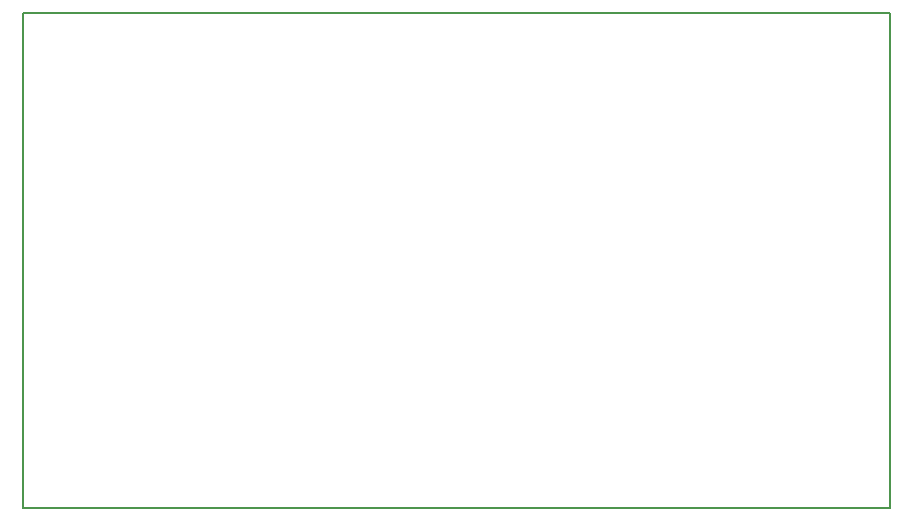
<source format=gm1>
G04 #@! TF.GenerationSoftware,KiCad,Pcbnew,5.0.2-bee76a0~70~ubuntu18.04.1*
G04 #@! TF.CreationDate,2020-04-21T14:12:21+02:00*
G04 #@! TF.ProjectId,FeuMontagne,4665754d-6f6e-4746-9167-6e652e6b6963,rev?*
G04 #@! TF.SameCoordinates,Original*
G04 #@! TF.FileFunction,Profile,NP*
%FSLAX46Y46*%
G04 Gerber Fmt 4.6, Leading zero omitted, Abs format (unit mm)*
G04 Created by KiCad (PCBNEW 5.0.2-bee76a0~70~ubuntu18.04.1) date mar. 21 avril 2020 14:12:21 CEST*
%MOMM*%
%LPD*%
G01*
G04 APERTURE LIST*
%ADD10C,0.150000*%
G04 APERTURE END LIST*
D10*
X169672000Y-73914000D02*
X96266000Y-73914000D01*
X169672000Y-115824000D02*
X169672000Y-73914000D01*
X96266000Y-115824000D02*
X169672000Y-115824000D01*
X96266000Y-73914000D02*
X96266000Y-115824000D01*
M02*

</source>
